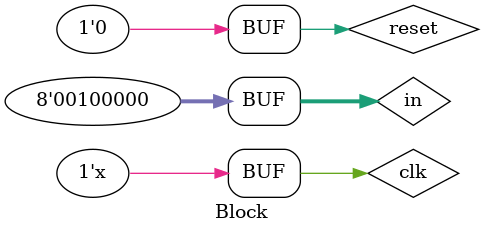
<source format=v>
`timescale 1ns / 1ps


module Block;

	// Inputs
	reg clk;
	reg reset;
	reg [7:0] in;

	// Outputs
	wire result;

	// Instantiate the Unit Under Test (UUT)
	BlockChecker uut (
		.clk(clk), 
		.reset(reset), 
		.in(in), 
		.result(result)
	);

	initial begin
		// Initialize Inputs
		clk = 0;
		reset = 1;
		in = "a";

		// Wait 100 ns for global reset to finish
		#5 reset=0;
//		#10 in=" ";
//		#10 in="B";
//		#10 in="E";
//		#10 in="G";
//		#10 in="i";
//		#10 in="N";
//		#10 in="N";
		#10 in=" ";
		#10 in="E";
		#10 in="n";
		#10 in="d";
//		#10 in="c";
		#10 in=" ";
		#10 in="B";
		#10 in="E";
		#10 in="G";
		#10 in="i";
		#10 in="N";
		#10 in=" ";
		#10 in="E";
		#10 in="n";
		#10 in="d";
		#10 in=" ";
		#10 in="E";
		#10 in="n";
		#10 in="d";
		#10 in=" ";
		#10 in=" ";
		#10 in=" ";
		reset=1;
		
		
		#10 reset=0;
		#10 in="B";
		#10 in="E";
		#10 in="G";
		#10 in="i";
		#10 in="N";
		#10 in=" ";
		#10 in="B";
		#10 in="E";
		#10 in="G";
		#10 in="i";
		#10 in="N";
		#10 in=" ";
		#10 in="E";
		#10 in="n";
		#10 in="d";
		#10 in=" ";
		#10 in="E";
		#10 in="n";
		#10 in="d";
		#10 in=" ";
		
		#30;
		
        
		  
		// Add stimulus here

	end
   always #5 clk=~clk;
endmodule


</source>
